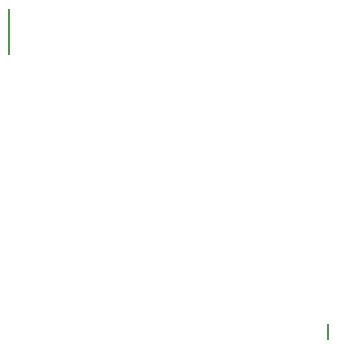
<source format=gbo>
G04 EAGLE Gerber RS-274X export*
G75*
%MOMM*%
%FSLAX34Y34*%
%LPD*%
%INSilkscreen Bottom*%
%IPPOS*%
%AMOC8*
5,1,8,0,0,1.08239X$1,22.5*%
G01*
%ADD10C,0.203200*%


D10*
X406400Y501650D02*
X406400Y539750D01*
X676450Y273050D02*
X676450Y260350D01*
M02*

</source>
